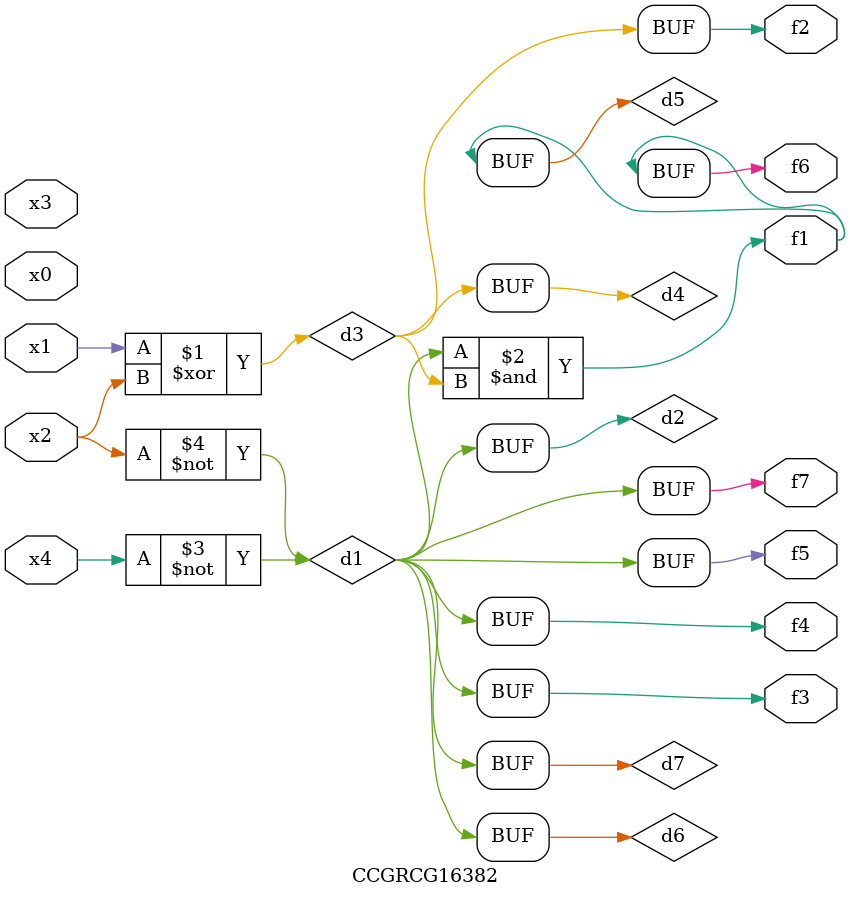
<source format=v>
module CCGRCG16382(
	input x0, x1, x2, x3, x4,
	output f1, f2, f3, f4, f5, f6, f7
);

	wire d1, d2, d3, d4, d5, d6, d7;

	not (d1, x4);
	not (d2, x2);
	xor (d3, x1, x2);
	buf (d4, d3);
	and (d5, d1, d3);
	buf (d6, d1, d2);
	buf (d7, d2);
	assign f1 = d5;
	assign f2 = d4;
	assign f3 = d7;
	assign f4 = d7;
	assign f5 = d7;
	assign f6 = d5;
	assign f7 = d7;
endmodule

</source>
